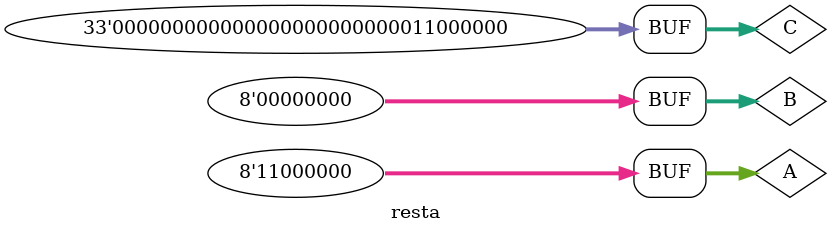
<source format=sv>
`timescale 1ns / 1ps


module resta(

    );
    logic [7:0] A;
    logic [7:0] B;
    logic [32:0] C;
    assign C=A-B;
    initial begin
    A=8'b11000000;
    B=8'b00000000;
    end
endmodule

</source>
